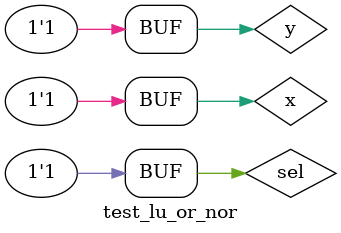
<source format=v>
module lu_or_nor (
    output wire Y,  // Saída selecionável
    input wire A,   // Entrada A
    input wire B,   // Entrada B
    input wire sel  // Chave de seleção (0-NOR, 1-OR)
);
// Definir saídas intermediárias
wire or_result;
wire nor_result;

// Descrever por portas
or OR1 (or_result, A, B);      // Operação OR
nor NOR1 (nor_result, A, B);   // Operação NOR

// Seleção da saída
and AND1 (Y_nor, nor_result, ~sel);   // Se sel for 0, NOR
and AND2 (Y_or, or_result, sel);      // Se sel for 1, OR
or OR2 (Y, Y_nor, Y_or);              // Combina as duas saídas

endmodule

// Módulo de teste
module test_lu_or_nor;
reg x;
reg y;
reg sel;
wire z;

lu_or_nor LU_MOD (z, x, y, sel);

initial begin
    $display("Teste da LU OR/NOR");
    $display("x y sel z");
    
    // Testes
    x = 1'b0; y = 1'b1; sel = 1'b0; // NOR
    #1 $monitor("%4b %4b %4b %4b", x, y, sel, z);
    #1 sel = 1'b1; // OR
    
    #1 x = 1'b1; y = 1'b1; sel = 1'b0; // NOR
    #1 sel = 1'b1; // OR
end
endmodule

</source>
